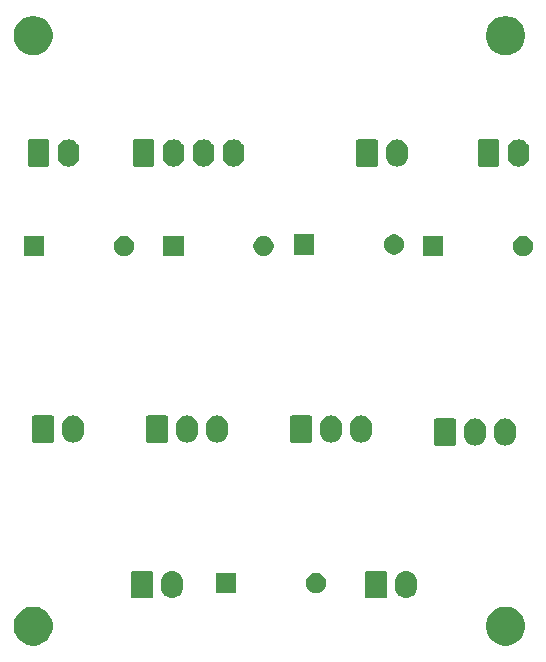
<source format=gbr>
G04 #@! TF.GenerationSoftware,KiCad,Pcbnew,(5.1.5-0-10_14)*
G04 #@! TF.CreationDate,2021-02-06T12:47:56+10:00*
G04 #@! TF.ProjectId,OH - Left Console 5 - Fuel Panel,4f48202d-204c-4656-9674-20436f6e736f,rev?*
G04 #@! TF.SameCoordinates,Original*
G04 #@! TF.FileFunction,Soldermask,Bot*
G04 #@! TF.FilePolarity,Negative*
%FSLAX46Y46*%
G04 Gerber Fmt 4.6, Leading zero omitted, Abs format (unit mm)*
G04 Created by KiCad (PCBNEW (5.1.5-0-10_14)) date 2021-02-06 12:47:56*
%MOMM*%
%LPD*%
G04 APERTURE LIST*
%ADD10C,0.100000*%
G04 APERTURE END LIST*
D10*
G36*
X140375256Y-98391298D02*
G01*
X140481579Y-98412447D01*
X140782042Y-98536903D01*
X141052451Y-98717585D01*
X141282415Y-98947549D01*
X141463097Y-99217958D01*
X141587553Y-99518421D01*
X141651000Y-99837391D01*
X141651000Y-100162609D01*
X141587553Y-100481579D01*
X141463097Y-100782042D01*
X141282415Y-101052451D01*
X141052451Y-101282415D01*
X140782042Y-101463097D01*
X140481579Y-101587553D01*
X140375256Y-101608702D01*
X140162611Y-101651000D01*
X139837389Y-101651000D01*
X139624744Y-101608702D01*
X139518421Y-101587553D01*
X139217958Y-101463097D01*
X138947549Y-101282415D01*
X138717585Y-101052451D01*
X138536903Y-100782042D01*
X138412447Y-100481579D01*
X138349000Y-100162609D01*
X138349000Y-99837391D01*
X138412447Y-99518421D01*
X138536903Y-99217958D01*
X138717585Y-98947549D01*
X138947549Y-98717585D01*
X139217958Y-98536903D01*
X139518421Y-98412447D01*
X139624744Y-98391298D01*
X139837389Y-98349000D01*
X140162611Y-98349000D01*
X140375256Y-98391298D01*
G37*
G36*
X100375256Y-98391298D02*
G01*
X100481579Y-98412447D01*
X100782042Y-98536903D01*
X101052451Y-98717585D01*
X101282415Y-98947549D01*
X101463097Y-99217958D01*
X101587553Y-99518421D01*
X101651000Y-99837391D01*
X101651000Y-100162609D01*
X101587553Y-100481579D01*
X101463097Y-100782042D01*
X101282415Y-101052451D01*
X101052451Y-101282415D01*
X100782042Y-101463097D01*
X100481579Y-101587553D01*
X100375256Y-101608702D01*
X100162611Y-101651000D01*
X99837389Y-101651000D01*
X99624744Y-101608702D01*
X99518421Y-101587553D01*
X99217958Y-101463097D01*
X98947549Y-101282415D01*
X98717585Y-101052451D01*
X98536903Y-100782042D01*
X98412447Y-100481579D01*
X98349000Y-100162609D01*
X98349000Y-99837391D01*
X98412447Y-99518421D01*
X98536903Y-99217958D01*
X98717585Y-98947549D01*
X98947549Y-98717585D01*
X99217958Y-98536903D01*
X99518421Y-98412447D01*
X99624744Y-98391298D01*
X99837389Y-98349000D01*
X100162611Y-98349000D01*
X100375256Y-98391298D01*
G37*
G36*
X131752547Y-95349326D02*
G01*
X131926156Y-95401990D01*
X131926158Y-95401991D01*
X132086155Y-95487511D01*
X132226397Y-95602603D01*
X132305495Y-95698985D01*
X132341489Y-95742844D01*
X132427010Y-95902843D01*
X132479674Y-96076452D01*
X132493000Y-96211756D01*
X132493000Y-96762243D01*
X132479674Y-96897548D01*
X132427010Y-97071157D01*
X132341489Y-97231156D01*
X132305729Y-97274729D01*
X132226397Y-97371397D01*
X132129729Y-97450729D01*
X132086156Y-97486489D01*
X131926157Y-97572010D01*
X131752548Y-97624674D01*
X131572000Y-97642456D01*
X131391453Y-97624674D01*
X131217844Y-97572010D01*
X131057845Y-97486489D01*
X131014272Y-97450729D01*
X130917604Y-97371397D01*
X130802513Y-97231157D01*
X130802512Y-97231155D01*
X130716990Y-97071157D01*
X130664326Y-96897548D01*
X130651000Y-96762244D01*
X130651000Y-96211757D01*
X130664326Y-96076453D01*
X130716990Y-95902844D01*
X130802511Y-95742845D01*
X130802512Y-95742844D01*
X130917603Y-95602603D01*
X131043388Y-95499375D01*
X131057844Y-95487511D01*
X131217843Y-95401990D01*
X131391452Y-95349326D01*
X131572000Y-95331544D01*
X131752547Y-95349326D01*
G37*
G36*
X111940547Y-95349326D02*
G01*
X112114156Y-95401990D01*
X112114158Y-95401991D01*
X112274155Y-95487511D01*
X112414397Y-95602603D01*
X112493495Y-95698985D01*
X112529489Y-95742844D01*
X112615010Y-95902843D01*
X112667674Y-96076452D01*
X112681000Y-96211756D01*
X112681000Y-96762243D01*
X112667674Y-96897548D01*
X112615010Y-97071157D01*
X112529489Y-97231156D01*
X112493729Y-97274729D01*
X112414397Y-97371397D01*
X112317729Y-97450729D01*
X112274156Y-97486489D01*
X112114157Y-97572010D01*
X111940548Y-97624674D01*
X111760000Y-97642456D01*
X111579453Y-97624674D01*
X111405844Y-97572010D01*
X111245845Y-97486489D01*
X111202272Y-97450729D01*
X111105604Y-97371397D01*
X110990513Y-97231157D01*
X110990512Y-97231155D01*
X110904990Y-97071157D01*
X110852326Y-96897548D01*
X110839000Y-96762244D01*
X110839000Y-96211757D01*
X110852326Y-96076453D01*
X110904990Y-95902844D01*
X110990511Y-95742845D01*
X110990512Y-95742844D01*
X111105603Y-95602603D01*
X111231388Y-95499375D01*
X111245844Y-95487511D01*
X111405843Y-95401990D01*
X111579452Y-95349326D01*
X111760000Y-95331544D01*
X111940547Y-95349326D01*
G37*
G36*
X109999561Y-95339966D02*
G01*
X110032383Y-95349923D01*
X110062632Y-95366092D01*
X110089148Y-95387852D01*
X110110908Y-95414368D01*
X110127077Y-95444617D01*
X110137034Y-95477439D01*
X110141000Y-95517713D01*
X110141000Y-97456287D01*
X110137034Y-97496561D01*
X110127077Y-97529383D01*
X110110908Y-97559632D01*
X110089148Y-97586148D01*
X110062632Y-97607908D01*
X110032383Y-97624077D01*
X109999561Y-97634034D01*
X109959287Y-97638000D01*
X108480713Y-97638000D01*
X108440439Y-97634034D01*
X108407617Y-97624077D01*
X108377368Y-97607908D01*
X108350852Y-97586148D01*
X108329092Y-97559632D01*
X108312923Y-97529383D01*
X108302966Y-97496561D01*
X108299000Y-97456287D01*
X108299000Y-95517713D01*
X108302966Y-95477439D01*
X108312923Y-95444617D01*
X108329092Y-95414368D01*
X108350852Y-95387852D01*
X108377368Y-95366092D01*
X108407617Y-95349923D01*
X108440439Y-95339966D01*
X108480713Y-95336000D01*
X109959287Y-95336000D01*
X109999561Y-95339966D01*
G37*
G36*
X129811561Y-95339966D02*
G01*
X129844383Y-95349923D01*
X129874632Y-95366092D01*
X129901148Y-95387852D01*
X129922908Y-95414368D01*
X129939077Y-95444617D01*
X129949034Y-95477439D01*
X129953000Y-95517713D01*
X129953000Y-97456287D01*
X129949034Y-97496561D01*
X129939077Y-97529383D01*
X129922908Y-97559632D01*
X129901148Y-97586148D01*
X129874632Y-97607908D01*
X129844383Y-97624077D01*
X129811561Y-97634034D01*
X129771287Y-97638000D01*
X128292713Y-97638000D01*
X128252439Y-97634034D01*
X128219617Y-97624077D01*
X128189368Y-97607908D01*
X128162852Y-97586148D01*
X128141092Y-97559632D01*
X128124923Y-97529383D01*
X128114966Y-97496561D01*
X128111000Y-97456287D01*
X128111000Y-95517713D01*
X128114966Y-95477439D01*
X128124923Y-95444617D01*
X128141092Y-95414368D01*
X128162852Y-95387852D01*
X128189368Y-95366092D01*
X128219617Y-95349923D01*
X128252439Y-95339966D01*
X128292713Y-95336000D01*
X129771287Y-95336000D01*
X129811561Y-95339966D01*
G37*
G36*
X124200228Y-95541703D02*
G01*
X124355100Y-95605853D01*
X124494481Y-95698985D01*
X124613015Y-95817519D01*
X124706147Y-95956900D01*
X124770297Y-96111772D01*
X124803000Y-96276184D01*
X124803000Y-96443816D01*
X124770297Y-96608228D01*
X124706147Y-96763100D01*
X124613015Y-96902481D01*
X124494481Y-97021015D01*
X124355100Y-97114147D01*
X124200228Y-97178297D01*
X124035816Y-97211000D01*
X123868184Y-97211000D01*
X123703772Y-97178297D01*
X123548900Y-97114147D01*
X123409519Y-97021015D01*
X123290985Y-96902481D01*
X123197853Y-96763100D01*
X123133703Y-96608228D01*
X123101000Y-96443816D01*
X123101000Y-96276184D01*
X123133703Y-96111772D01*
X123197853Y-95956900D01*
X123290985Y-95817519D01*
X123409519Y-95698985D01*
X123548900Y-95605853D01*
X123703772Y-95541703D01*
X123868184Y-95509000D01*
X124035816Y-95509000D01*
X124200228Y-95541703D01*
G37*
G36*
X117183000Y-97211000D02*
G01*
X115481000Y-97211000D01*
X115481000Y-95509000D01*
X117183000Y-95509000D01*
X117183000Y-97211000D01*
G37*
G36*
X140134547Y-82427326D02*
G01*
X140308156Y-82479990D01*
X140308158Y-82479991D01*
X140468155Y-82565511D01*
X140608397Y-82680603D01*
X140646345Y-82726844D01*
X140723489Y-82820844D01*
X140809010Y-82980843D01*
X140861674Y-83154452D01*
X140875000Y-83289756D01*
X140875000Y-83840243D01*
X140861674Y-83975548D01*
X140809010Y-84149157D01*
X140723489Y-84309156D01*
X140694581Y-84344380D01*
X140608397Y-84449397D01*
X140511729Y-84528729D01*
X140468156Y-84564489D01*
X140308157Y-84650010D01*
X140134548Y-84702674D01*
X139954000Y-84720456D01*
X139773453Y-84702674D01*
X139599844Y-84650010D01*
X139439845Y-84564489D01*
X139396272Y-84528729D01*
X139299604Y-84449397D01*
X139184513Y-84309157D01*
X139184512Y-84309155D01*
X139098990Y-84149157D01*
X139046326Y-83975548D01*
X139033000Y-83840244D01*
X139033000Y-83289757D01*
X139046326Y-83154453D01*
X139098990Y-82980844D01*
X139184511Y-82820845D01*
X139184512Y-82820844D01*
X139299603Y-82680603D01*
X139438219Y-82566845D01*
X139439844Y-82565511D01*
X139599843Y-82479990D01*
X139773452Y-82427326D01*
X139954000Y-82409544D01*
X140134547Y-82427326D01*
G37*
G36*
X137594547Y-82427326D02*
G01*
X137768156Y-82479990D01*
X137768158Y-82479991D01*
X137928155Y-82565511D01*
X138068397Y-82680603D01*
X138106345Y-82726844D01*
X138183489Y-82820844D01*
X138269010Y-82980843D01*
X138321674Y-83154452D01*
X138335000Y-83289756D01*
X138335000Y-83840243D01*
X138321674Y-83975548D01*
X138269010Y-84149157D01*
X138183489Y-84309156D01*
X138154581Y-84344380D01*
X138068397Y-84449397D01*
X137971729Y-84528729D01*
X137928156Y-84564489D01*
X137768157Y-84650010D01*
X137594548Y-84702674D01*
X137414000Y-84720456D01*
X137233453Y-84702674D01*
X137059844Y-84650010D01*
X136899845Y-84564489D01*
X136856272Y-84528729D01*
X136759604Y-84449397D01*
X136644513Y-84309157D01*
X136644512Y-84309155D01*
X136558990Y-84149157D01*
X136506326Y-83975548D01*
X136493000Y-83840244D01*
X136493000Y-83289757D01*
X136506326Y-83154453D01*
X136558990Y-82980844D01*
X136644511Y-82820845D01*
X136644512Y-82820844D01*
X136759603Y-82680603D01*
X136898219Y-82566845D01*
X136899844Y-82565511D01*
X137059843Y-82479990D01*
X137233452Y-82427326D01*
X137414000Y-82409544D01*
X137594547Y-82427326D01*
G37*
G36*
X135653561Y-82417966D02*
G01*
X135686383Y-82427923D01*
X135716632Y-82444092D01*
X135743148Y-82465852D01*
X135764908Y-82492368D01*
X135781077Y-82522617D01*
X135791034Y-82555439D01*
X135795000Y-82595713D01*
X135795000Y-84534287D01*
X135791034Y-84574561D01*
X135781077Y-84607383D01*
X135764908Y-84637632D01*
X135743148Y-84664148D01*
X135716632Y-84685908D01*
X135686383Y-84702077D01*
X135653561Y-84712034D01*
X135613287Y-84716000D01*
X134134713Y-84716000D01*
X134094439Y-84712034D01*
X134061617Y-84702077D01*
X134031368Y-84685908D01*
X134004852Y-84664148D01*
X133983092Y-84637632D01*
X133966923Y-84607383D01*
X133956966Y-84574561D01*
X133953000Y-84534287D01*
X133953000Y-82595713D01*
X133956966Y-82555439D01*
X133966923Y-82522617D01*
X133983092Y-82492368D01*
X134004852Y-82465852D01*
X134031368Y-82444092D01*
X134061617Y-82427923D01*
X134094439Y-82417966D01*
X134134713Y-82414000D01*
X135613287Y-82414000D01*
X135653561Y-82417966D01*
G37*
G36*
X125402547Y-82173326D02*
G01*
X125576156Y-82225990D01*
X125576158Y-82225991D01*
X125736155Y-82311511D01*
X125876397Y-82426603D01*
X125929668Y-82491515D01*
X125991489Y-82566844D01*
X126077010Y-82726843D01*
X126129674Y-82900452D01*
X126143000Y-83035756D01*
X126143000Y-83586243D01*
X126129674Y-83721548D01*
X126077010Y-83895157D01*
X125991489Y-84055156D01*
X125955729Y-84098729D01*
X125876397Y-84195397D01*
X125779729Y-84274729D01*
X125736156Y-84310489D01*
X125576157Y-84396010D01*
X125402548Y-84448674D01*
X125222000Y-84466456D01*
X125041453Y-84448674D01*
X124867844Y-84396010D01*
X124707845Y-84310489D01*
X124664272Y-84274729D01*
X124567604Y-84195397D01*
X124452513Y-84055157D01*
X124452512Y-84055155D01*
X124366990Y-83895157D01*
X124314326Y-83721548D01*
X124301000Y-83586244D01*
X124301000Y-83035757D01*
X124314326Y-82900453D01*
X124366990Y-82726844D01*
X124452511Y-82566845D01*
X124481419Y-82531620D01*
X124567603Y-82426603D01*
X124693388Y-82323375D01*
X124707844Y-82311511D01*
X124867843Y-82225990D01*
X125041452Y-82173326D01*
X125222000Y-82155544D01*
X125402547Y-82173326D01*
G37*
G36*
X127942547Y-82173326D02*
G01*
X128116156Y-82225990D01*
X128116158Y-82225991D01*
X128276155Y-82311511D01*
X128416397Y-82426603D01*
X128469668Y-82491515D01*
X128531489Y-82566844D01*
X128617010Y-82726843D01*
X128669674Y-82900452D01*
X128683000Y-83035756D01*
X128683000Y-83586243D01*
X128669674Y-83721548D01*
X128617010Y-83895157D01*
X128531489Y-84055156D01*
X128495729Y-84098729D01*
X128416397Y-84195397D01*
X128319729Y-84274729D01*
X128276156Y-84310489D01*
X128116157Y-84396010D01*
X127942548Y-84448674D01*
X127762000Y-84466456D01*
X127581453Y-84448674D01*
X127407844Y-84396010D01*
X127247845Y-84310489D01*
X127204272Y-84274729D01*
X127107604Y-84195397D01*
X126992513Y-84055157D01*
X126992512Y-84055155D01*
X126906990Y-83895157D01*
X126854326Y-83721548D01*
X126841000Y-83586244D01*
X126841000Y-83035757D01*
X126854326Y-82900453D01*
X126906990Y-82726844D01*
X126992511Y-82566845D01*
X127021419Y-82531620D01*
X127107603Y-82426603D01*
X127233388Y-82323375D01*
X127247844Y-82311511D01*
X127407843Y-82225990D01*
X127581452Y-82173326D01*
X127762000Y-82155544D01*
X127942547Y-82173326D01*
G37*
G36*
X103558547Y-82173326D02*
G01*
X103732156Y-82225990D01*
X103732158Y-82225991D01*
X103892155Y-82311511D01*
X104032397Y-82426603D01*
X104085668Y-82491515D01*
X104147489Y-82566844D01*
X104233010Y-82726843D01*
X104285674Y-82900452D01*
X104299000Y-83035756D01*
X104299000Y-83586243D01*
X104285674Y-83721548D01*
X104233010Y-83895157D01*
X104147489Y-84055156D01*
X104111729Y-84098729D01*
X104032397Y-84195397D01*
X103935729Y-84274729D01*
X103892156Y-84310489D01*
X103732157Y-84396010D01*
X103558548Y-84448674D01*
X103378000Y-84466456D01*
X103197453Y-84448674D01*
X103023844Y-84396010D01*
X102863845Y-84310489D01*
X102820272Y-84274729D01*
X102723604Y-84195397D01*
X102608513Y-84055157D01*
X102608512Y-84055155D01*
X102522990Y-83895157D01*
X102470326Y-83721548D01*
X102457000Y-83586244D01*
X102457000Y-83035757D01*
X102470326Y-82900453D01*
X102522990Y-82726844D01*
X102608511Y-82566845D01*
X102637419Y-82531620D01*
X102723603Y-82426603D01*
X102849388Y-82323375D01*
X102863844Y-82311511D01*
X103023843Y-82225990D01*
X103197452Y-82173326D01*
X103378000Y-82155544D01*
X103558547Y-82173326D01*
G37*
G36*
X113210547Y-82173326D02*
G01*
X113384156Y-82225990D01*
X113384158Y-82225991D01*
X113544155Y-82311511D01*
X113684397Y-82426603D01*
X113737668Y-82491515D01*
X113799489Y-82566844D01*
X113885010Y-82726843D01*
X113937674Y-82900452D01*
X113951000Y-83035756D01*
X113951000Y-83586243D01*
X113937674Y-83721548D01*
X113885010Y-83895157D01*
X113799489Y-84055156D01*
X113763729Y-84098729D01*
X113684397Y-84195397D01*
X113587729Y-84274729D01*
X113544156Y-84310489D01*
X113384157Y-84396010D01*
X113210548Y-84448674D01*
X113030000Y-84466456D01*
X112849453Y-84448674D01*
X112675844Y-84396010D01*
X112515845Y-84310489D01*
X112472272Y-84274729D01*
X112375604Y-84195397D01*
X112260513Y-84055157D01*
X112260512Y-84055155D01*
X112174990Y-83895157D01*
X112122326Y-83721548D01*
X112109000Y-83586244D01*
X112109000Y-83035757D01*
X112122326Y-82900453D01*
X112174990Y-82726844D01*
X112260511Y-82566845D01*
X112289419Y-82531620D01*
X112375603Y-82426603D01*
X112501388Y-82323375D01*
X112515844Y-82311511D01*
X112675843Y-82225990D01*
X112849452Y-82173326D01*
X113030000Y-82155544D01*
X113210547Y-82173326D01*
G37*
G36*
X115750547Y-82173326D02*
G01*
X115924156Y-82225990D01*
X115924158Y-82225991D01*
X116084155Y-82311511D01*
X116224397Y-82426603D01*
X116277668Y-82491515D01*
X116339489Y-82566844D01*
X116425010Y-82726843D01*
X116477674Y-82900452D01*
X116491000Y-83035756D01*
X116491000Y-83586243D01*
X116477674Y-83721548D01*
X116425010Y-83895157D01*
X116339489Y-84055156D01*
X116303729Y-84098729D01*
X116224397Y-84195397D01*
X116127729Y-84274729D01*
X116084156Y-84310489D01*
X115924157Y-84396010D01*
X115750548Y-84448674D01*
X115570000Y-84466456D01*
X115389453Y-84448674D01*
X115215844Y-84396010D01*
X115055845Y-84310489D01*
X115012272Y-84274729D01*
X114915604Y-84195397D01*
X114800513Y-84055157D01*
X114800512Y-84055155D01*
X114714990Y-83895157D01*
X114662326Y-83721548D01*
X114649000Y-83586244D01*
X114649000Y-83035757D01*
X114662326Y-82900453D01*
X114714990Y-82726844D01*
X114800511Y-82566845D01*
X114829419Y-82531620D01*
X114915603Y-82426603D01*
X115041388Y-82323375D01*
X115055844Y-82311511D01*
X115215843Y-82225990D01*
X115389452Y-82173326D01*
X115570000Y-82155544D01*
X115750547Y-82173326D01*
G37*
G36*
X111269561Y-82163966D02*
G01*
X111302383Y-82173923D01*
X111332632Y-82190092D01*
X111359148Y-82211852D01*
X111380908Y-82238368D01*
X111397077Y-82268617D01*
X111407034Y-82301439D01*
X111411000Y-82341713D01*
X111411000Y-84280287D01*
X111407034Y-84320561D01*
X111397077Y-84353383D01*
X111380908Y-84383632D01*
X111359148Y-84410148D01*
X111332632Y-84431908D01*
X111302383Y-84448077D01*
X111269561Y-84458034D01*
X111229287Y-84462000D01*
X109750713Y-84462000D01*
X109710439Y-84458034D01*
X109677617Y-84448077D01*
X109647368Y-84431908D01*
X109620852Y-84410148D01*
X109599092Y-84383632D01*
X109582923Y-84353383D01*
X109572966Y-84320561D01*
X109569000Y-84280287D01*
X109569000Y-82341713D01*
X109572966Y-82301439D01*
X109582923Y-82268617D01*
X109599092Y-82238368D01*
X109620852Y-82211852D01*
X109647368Y-82190092D01*
X109677617Y-82173923D01*
X109710439Y-82163966D01*
X109750713Y-82160000D01*
X111229287Y-82160000D01*
X111269561Y-82163966D01*
G37*
G36*
X101617561Y-82163966D02*
G01*
X101650383Y-82173923D01*
X101680632Y-82190092D01*
X101707148Y-82211852D01*
X101728908Y-82238368D01*
X101745077Y-82268617D01*
X101755034Y-82301439D01*
X101759000Y-82341713D01*
X101759000Y-84280287D01*
X101755034Y-84320561D01*
X101745077Y-84353383D01*
X101728908Y-84383632D01*
X101707148Y-84410148D01*
X101680632Y-84431908D01*
X101650383Y-84448077D01*
X101617561Y-84458034D01*
X101577287Y-84462000D01*
X100098713Y-84462000D01*
X100058439Y-84458034D01*
X100025617Y-84448077D01*
X99995368Y-84431908D01*
X99968852Y-84410148D01*
X99947092Y-84383632D01*
X99930923Y-84353383D01*
X99920966Y-84320561D01*
X99917000Y-84280287D01*
X99917000Y-82341713D01*
X99920966Y-82301439D01*
X99930923Y-82268617D01*
X99947092Y-82238368D01*
X99968852Y-82211852D01*
X99995368Y-82190092D01*
X100025617Y-82173923D01*
X100058439Y-82163966D01*
X100098713Y-82160000D01*
X101577287Y-82160000D01*
X101617561Y-82163966D01*
G37*
G36*
X123461561Y-82163966D02*
G01*
X123494383Y-82173923D01*
X123524632Y-82190092D01*
X123551148Y-82211852D01*
X123572908Y-82238368D01*
X123589077Y-82268617D01*
X123599034Y-82301439D01*
X123603000Y-82341713D01*
X123603000Y-84280287D01*
X123599034Y-84320561D01*
X123589077Y-84353383D01*
X123572908Y-84383632D01*
X123551148Y-84410148D01*
X123524632Y-84431908D01*
X123494383Y-84448077D01*
X123461561Y-84458034D01*
X123421287Y-84462000D01*
X121942713Y-84462000D01*
X121902439Y-84458034D01*
X121869617Y-84448077D01*
X121839368Y-84431908D01*
X121812852Y-84410148D01*
X121791092Y-84383632D01*
X121774923Y-84353383D01*
X121764966Y-84320561D01*
X121761000Y-84280287D01*
X121761000Y-82341713D01*
X121764966Y-82301439D01*
X121774923Y-82268617D01*
X121791092Y-82238368D01*
X121812852Y-82211852D01*
X121839368Y-82190092D01*
X121869617Y-82173923D01*
X121902439Y-82163966D01*
X121942713Y-82160000D01*
X123421287Y-82160000D01*
X123461561Y-82163966D01*
G37*
G36*
X134709000Y-68669000D02*
G01*
X133007000Y-68669000D01*
X133007000Y-66967000D01*
X134709000Y-66967000D01*
X134709000Y-68669000D01*
G37*
G36*
X112738000Y-68669000D02*
G01*
X111036000Y-68669000D01*
X111036000Y-66967000D01*
X112738000Y-66967000D01*
X112738000Y-68669000D01*
G37*
G36*
X119755228Y-66999703D02*
G01*
X119910100Y-67063853D01*
X120049481Y-67156985D01*
X120168015Y-67275519D01*
X120261147Y-67414900D01*
X120325297Y-67569772D01*
X120358000Y-67734184D01*
X120358000Y-67901816D01*
X120325297Y-68066228D01*
X120261147Y-68221100D01*
X120168015Y-68360481D01*
X120049481Y-68479015D01*
X119910100Y-68572147D01*
X119755228Y-68636297D01*
X119590816Y-68669000D01*
X119423184Y-68669000D01*
X119258772Y-68636297D01*
X119103900Y-68572147D01*
X118964519Y-68479015D01*
X118845985Y-68360481D01*
X118752853Y-68221100D01*
X118688703Y-68066228D01*
X118656000Y-67901816D01*
X118656000Y-67734184D01*
X118688703Y-67569772D01*
X118752853Y-67414900D01*
X118845985Y-67275519D01*
X118964519Y-67156985D01*
X119103900Y-67063853D01*
X119258772Y-66999703D01*
X119423184Y-66967000D01*
X119590816Y-66967000D01*
X119755228Y-66999703D01*
G37*
G36*
X100927000Y-68669000D02*
G01*
X99225000Y-68669000D01*
X99225000Y-66967000D01*
X100927000Y-66967000D01*
X100927000Y-68669000D01*
G37*
G36*
X107944228Y-66999703D02*
G01*
X108099100Y-67063853D01*
X108238481Y-67156985D01*
X108357015Y-67275519D01*
X108450147Y-67414900D01*
X108514297Y-67569772D01*
X108547000Y-67734184D01*
X108547000Y-67901816D01*
X108514297Y-68066228D01*
X108450147Y-68221100D01*
X108357015Y-68360481D01*
X108238481Y-68479015D01*
X108099100Y-68572147D01*
X107944228Y-68636297D01*
X107779816Y-68669000D01*
X107612184Y-68669000D01*
X107447772Y-68636297D01*
X107292900Y-68572147D01*
X107153519Y-68479015D01*
X107034985Y-68360481D01*
X106941853Y-68221100D01*
X106877703Y-68066228D01*
X106845000Y-67901816D01*
X106845000Y-67734184D01*
X106877703Y-67569772D01*
X106941853Y-67414900D01*
X107034985Y-67275519D01*
X107153519Y-67156985D01*
X107292900Y-67063853D01*
X107447772Y-66999703D01*
X107612184Y-66967000D01*
X107779816Y-66967000D01*
X107944228Y-66999703D01*
G37*
G36*
X141726228Y-66999703D02*
G01*
X141881100Y-67063853D01*
X142020481Y-67156985D01*
X142139015Y-67275519D01*
X142232147Y-67414900D01*
X142296297Y-67569772D01*
X142329000Y-67734184D01*
X142329000Y-67901816D01*
X142296297Y-68066228D01*
X142232147Y-68221100D01*
X142139015Y-68360481D01*
X142020481Y-68479015D01*
X141881100Y-68572147D01*
X141726228Y-68636297D01*
X141561816Y-68669000D01*
X141394184Y-68669000D01*
X141229772Y-68636297D01*
X141074900Y-68572147D01*
X140935519Y-68479015D01*
X140816985Y-68360481D01*
X140723853Y-68221100D01*
X140659703Y-68066228D01*
X140627000Y-67901816D01*
X140627000Y-67734184D01*
X140659703Y-67569772D01*
X140723853Y-67414900D01*
X140816985Y-67275519D01*
X140935519Y-67156985D01*
X141074900Y-67063853D01*
X141229772Y-66999703D01*
X141394184Y-66967000D01*
X141561816Y-66967000D01*
X141726228Y-66999703D01*
G37*
G36*
X123787000Y-68542000D02*
G01*
X122085000Y-68542000D01*
X122085000Y-66840000D01*
X123787000Y-66840000D01*
X123787000Y-68542000D01*
G37*
G36*
X130804228Y-66872703D02*
G01*
X130959100Y-66936853D01*
X131098481Y-67029985D01*
X131217015Y-67148519D01*
X131310147Y-67287900D01*
X131374297Y-67442772D01*
X131407000Y-67607184D01*
X131407000Y-67774816D01*
X131374297Y-67939228D01*
X131310147Y-68094100D01*
X131217015Y-68233481D01*
X131098481Y-68352015D01*
X130959100Y-68445147D01*
X130804228Y-68509297D01*
X130639816Y-68542000D01*
X130472184Y-68542000D01*
X130307772Y-68509297D01*
X130152900Y-68445147D01*
X130013519Y-68352015D01*
X129894985Y-68233481D01*
X129801853Y-68094100D01*
X129737703Y-67939228D01*
X129705000Y-67774816D01*
X129705000Y-67607184D01*
X129737703Y-67442772D01*
X129801853Y-67287900D01*
X129894985Y-67148519D01*
X130013519Y-67029985D01*
X130152900Y-66936853D01*
X130307772Y-66872703D01*
X130472184Y-66840000D01*
X130639816Y-66840000D01*
X130804228Y-66872703D01*
G37*
G36*
X112067547Y-58806326D02*
G01*
X112241156Y-58858990D01*
X112241158Y-58858991D01*
X112401155Y-58944511D01*
X112541397Y-59059603D01*
X112620729Y-59156271D01*
X112656489Y-59199844D01*
X112742010Y-59359843D01*
X112794674Y-59533452D01*
X112808000Y-59668756D01*
X112808000Y-60219243D01*
X112794674Y-60354548D01*
X112742010Y-60528157D01*
X112656489Y-60688156D01*
X112620729Y-60731729D01*
X112541397Y-60828397D01*
X112444729Y-60907729D01*
X112401156Y-60943489D01*
X112241157Y-61029010D01*
X112067548Y-61081674D01*
X111887000Y-61099456D01*
X111706453Y-61081674D01*
X111532844Y-61029010D01*
X111372845Y-60943489D01*
X111329272Y-60907729D01*
X111232604Y-60828397D01*
X111117513Y-60688157D01*
X111117512Y-60688155D01*
X111031990Y-60528157D01*
X110979326Y-60354548D01*
X110966000Y-60219244D01*
X110966000Y-59668757D01*
X110979326Y-59533453D01*
X111031990Y-59359844D01*
X111117511Y-59199845D01*
X111117512Y-59199844D01*
X111232603Y-59059603D01*
X111358388Y-58956375D01*
X111372844Y-58944511D01*
X111532843Y-58858990D01*
X111706452Y-58806326D01*
X111887000Y-58788544D01*
X112067547Y-58806326D01*
G37*
G36*
X103177547Y-58806326D02*
G01*
X103351156Y-58858990D01*
X103351158Y-58858991D01*
X103511155Y-58944511D01*
X103651397Y-59059603D01*
X103730729Y-59156271D01*
X103766489Y-59199844D01*
X103852010Y-59359843D01*
X103904674Y-59533452D01*
X103918000Y-59668756D01*
X103918000Y-60219243D01*
X103904674Y-60354548D01*
X103852010Y-60528157D01*
X103766489Y-60688156D01*
X103730729Y-60731729D01*
X103651397Y-60828397D01*
X103554729Y-60907729D01*
X103511156Y-60943489D01*
X103351157Y-61029010D01*
X103177548Y-61081674D01*
X102997000Y-61099456D01*
X102816453Y-61081674D01*
X102642844Y-61029010D01*
X102482845Y-60943489D01*
X102439272Y-60907729D01*
X102342604Y-60828397D01*
X102227513Y-60688157D01*
X102227512Y-60688155D01*
X102141990Y-60528157D01*
X102089326Y-60354548D01*
X102076000Y-60219244D01*
X102076000Y-59668757D01*
X102089326Y-59533453D01*
X102141990Y-59359844D01*
X102227511Y-59199845D01*
X102227512Y-59199844D01*
X102342603Y-59059603D01*
X102468388Y-58956375D01*
X102482844Y-58944511D01*
X102642843Y-58858990D01*
X102816452Y-58806326D01*
X102997000Y-58788544D01*
X103177547Y-58806326D01*
G37*
G36*
X114607547Y-58806326D02*
G01*
X114781156Y-58858990D01*
X114781158Y-58858991D01*
X114941155Y-58944511D01*
X115081397Y-59059603D01*
X115160729Y-59156271D01*
X115196489Y-59199844D01*
X115282010Y-59359843D01*
X115334674Y-59533452D01*
X115348000Y-59668756D01*
X115348000Y-60219243D01*
X115334674Y-60354548D01*
X115282010Y-60528157D01*
X115196489Y-60688156D01*
X115160729Y-60731729D01*
X115081397Y-60828397D01*
X114984729Y-60907729D01*
X114941156Y-60943489D01*
X114781157Y-61029010D01*
X114607548Y-61081674D01*
X114427000Y-61099456D01*
X114246453Y-61081674D01*
X114072844Y-61029010D01*
X113912845Y-60943489D01*
X113869272Y-60907729D01*
X113772604Y-60828397D01*
X113657513Y-60688157D01*
X113657512Y-60688155D01*
X113571990Y-60528157D01*
X113519326Y-60354548D01*
X113506000Y-60219244D01*
X113506000Y-59668757D01*
X113519326Y-59533453D01*
X113571990Y-59359844D01*
X113657511Y-59199845D01*
X113657512Y-59199844D01*
X113772603Y-59059603D01*
X113898388Y-58956375D01*
X113912844Y-58944511D01*
X114072843Y-58858990D01*
X114246452Y-58806326D01*
X114427000Y-58788544D01*
X114607547Y-58806326D01*
G37*
G36*
X117147547Y-58806326D02*
G01*
X117321156Y-58858990D01*
X117321158Y-58858991D01*
X117481155Y-58944511D01*
X117621397Y-59059603D01*
X117700729Y-59156271D01*
X117736489Y-59199844D01*
X117822010Y-59359843D01*
X117874674Y-59533452D01*
X117888000Y-59668756D01*
X117888000Y-60219243D01*
X117874674Y-60354548D01*
X117822010Y-60528157D01*
X117736489Y-60688156D01*
X117700729Y-60731729D01*
X117621397Y-60828397D01*
X117524729Y-60907729D01*
X117481156Y-60943489D01*
X117321157Y-61029010D01*
X117147548Y-61081674D01*
X116967000Y-61099456D01*
X116786453Y-61081674D01*
X116612844Y-61029010D01*
X116452845Y-60943489D01*
X116409272Y-60907729D01*
X116312604Y-60828397D01*
X116197513Y-60688157D01*
X116197512Y-60688155D01*
X116111990Y-60528157D01*
X116059326Y-60354548D01*
X116046000Y-60219244D01*
X116046000Y-59668757D01*
X116059326Y-59533453D01*
X116111990Y-59359844D01*
X116197511Y-59199845D01*
X116197512Y-59199844D01*
X116312603Y-59059603D01*
X116438388Y-58956375D01*
X116452844Y-58944511D01*
X116612843Y-58858990D01*
X116786452Y-58806326D01*
X116967000Y-58788544D01*
X117147547Y-58806326D01*
G37*
G36*
X130990547Y-58806326D02*
G01*
X131164156Y-58858990D01*
X131164158Y-58858991D01*
X131324155Y-58944511D01*
X131464397Y-59059603D01*
X131543729Y-59156271D01*
X131579489Y-59199844D01*
X131665010Y-59359843D01*
X131717674Y-59533452D01*
X131731000Y-59668756D01*
X131731000Y-60219243D01*
X131717674Y-60354548D01*
X131665010Y-60528157D01*
X131579489Y-60688156D01*
X131543729Y-60731729D01*
X131464397Y-60828397D01*
X131367729Y-60907729D01*
X131324156Y-60943489D01*
X131164157Y-61029010D01*
X130990548Y-61081674D01*
X130810000Y-61099456D01*
X130629453Y-61081674D01*
X130455844Y-61029010D01*
X130295845Y-60943489D01*
X130252272Y-60907729D01*
X130155604Y-60828397D01*
X130040513Y-60688157D01*
X130040512Y-60688155D01*
X129954990Y-60528157D01*
X129902326Y-60354548D01*
X129889000Y-60219244D01*
X129889000Y-59668757D01*
X129902326Y-59533453D01*
X129954990Y-59359844D01*
X130040511Y-59199845D01*
X130040512Y-59199844D01*
X130155603Y-59059603D01*
X130281388Y-58956375D01*
X130295844Y-58944511D01*
X130455843Y-58858990D01*
X130629452Y-58806326D01*
X130810000Y-58788544D01*
X130990547Y-58806326D01*
G37*
G36*
X141277547Y-58806326D02*
G01*
X141451156Y-58858990D01*
X141451158Y-58858991D01*
X141611155Y-58944511D01*
X141751397Y-59059603D01*
X141830729Y-59156271D01*
X141866489Y-59199844D01*
X141952010Y-59359843D01*
X142004674Y-59533452D01*
X142018000Y-59668756D01*
X142018000Y-60219243D01*
X142004674Y-60354548D01*
X141952010Y-60528157D01*
X141866489Y-60688156D01*
X141830729Y-60731729D01*
X141751397Y-60828397D01*
X141654729Y-60907729D01*
X141611156Y-60943489D01*
X141451157Y-61029010D01*
X141277548Y-61081674D01*
X141097000Y-61099456D01*
X140916453Y-61081674D01*
X140742844Y-61029010D01*
X140582845Y-60943489D01*
X140539272Y-60907729D01*
X140442604Y-60828397D01*
X140327513Y-60688157D01*
X140327512Y-60688155D01*
X140241990Y-60528157D01*
X140189326Y-60354548D01*
X140176000Y-60219244D01*
X140176000Y-59668757D01*
X140189326Y-59533453D01*
X140241990Y-59359844D01*
X140327511Y-59199845D01*
X140327512Y-59199844D01*
X140442603Y-59059603D01*
X140568388Y-58956375D01*
X140582844Y-58944511D01*
X140742843Y-58858990D01*
X140916452Y-58806326D01*
X141097000Y-58788544D01*
X141277547Y-58806326D01*
G37*
G36*
X139336561Y-58796966D02*
G01*
X139369383Y-58806923D01*
X139399632Y-58823092D01*
X139426148Y-58844852D01*
X139447908Y-58871368D01*
X139464077Y-58901617D01*
X139474034Y-58934439D01*
X139478000Y-58974713D01*
X139478000Y-60913287D01*
X139474034Y-60953561D01*
X139464077Y-60986383D01*
X139447908Y-61016632D01*
X139426148Y-61043148D01*
X139399632Y-61064908D01*
X139369383Y-61081077D01*
X139336561Y-61091034D01*
X139296287Y-61095000D01*
X137817713Y-61095000D01*
X137777439Y-61091034D01*
X137744617Y-61081077D01*
X137714368Y-61064908D01*
X137687852Y-61043148D01*
X137666092Y-61016632D01*
X137649923Y-60986383D01*
X137639966Y-60953561D01*
X137636000Y-60913287D01*
X137636000Y-58974713D01*
X137639966Y-58934439D01*
X137649923Y-58901617D01*
X137666092Y-58871368D01*
X137687852Y-58844852D01*
X137714368Y-58823092D01*
X137744617Y-58806923D01*
X137777439Y-58796966D01*
X137817713Y-58793000D01*
X139296287Y-58793000D01*
X139336561Y-58796966D01*
G37*
G36*
X129049561Y-58796966D02*
G01*
X129082383Y-58806923D01*
X129112632Y-58823092D01*
X129139148Y-58844852D01*
X129160908Y-58871368D01*
X129177077Y-58901617D01*
X129187034Y-58934439D01*
X129191000Y-58974713D01*
X129191000Y-60913287D01*
X129187034Y-60953561D01*
X129177077Y-60986383D01*
X129160908Y-61016632D01*
X129139148Y-61043148D01*
X129112632Y-61064908D01*
X129082383Y-61081077D01*
X129049561Y-61091034D01*
X129009287Y-61095000D01*
X127530713Y-61095000D01*
X127490439Y-61091034D01*
X127457617Y-61081077D01*
X127427368Y-61064908D01*
X127400852Y-61043148D01*
X127379092Y-61016632D01*
X127362923Y-60986383D01*
X127352966Y-60953561D01*
X127349000Y-60913287D01*
X127349000Y-58974713D01*
X127352966Y-58934439D01*
X127362923Y-58901617D01*
X127379092Y-58871368D01*
X127400852Y-58844852D01*
X127427368Y-58823092D01*
X127457617Y-58806923D01*
X127490439Y-58796966D01*
X127530713Y-58793000D01*
X129009287Y-58793000D01*
X129049561Y-58796966D01*
G37*
G36*
X101236561Y-58796966D02*
G01*
X101269383Y-58806923D01*
X101299632Y-58823092D01*
X101326148Y-58844852D01*
X101347908Y-58871368D01*
X101364077Y-58901617D01*
X101374034Y-58934439D01*
X101378000Y-58974713D01*
X101378000Y-60913287D01*
X101374034Y-60953561D01*
X101364077Y-60986383D01*
X101347908Y-61016632D01*
X101326148Y-61043148D01*
X101299632Y-61064908D01*
X101269383Y-61081077D01*
X101236561Y-61091034D01*
X101196287Y-61095000D01*
X99717713Y-61095000D01*
X99677439Y-61091034D01*
X99644617Y-61081077D01*
X99614368Y-61064908D01*
X99587852Y-61043148D01*
X99566092Y-61016632D01*
X99549923Y-60986383D01*
X99539966Y-60953561D01*
X99536000Y-60913287D01*
X99536000Y-58974713D01*
X99539966Y-58934439D01*
X99549923Y-58901617D01*
X99566092Y-58871368D01*
X99587852Y-58844852D01*
X99614368Y-58823092D01*
X99644617Y-58806923D01*
X99677439Y-58796966D01*
X99717713Y-58793000D01*
X101196287Y-58793000D01*
X101236561Y-58796966D01*
G37*
G36*
X110126561Y-58796966D02*
G01*
X110159383Y-58806923D01*
X110189632Y-58823092D01*
X110216148Y-58844852D01*
X110237908Y-58871368D01*
X110254077Y-58901617D01*
X110264034Y-58934439D01*
X110268000Y-58974713D01*
X110268000Y-60913287D01*
X110264034Y-60953561D01*
X110254077Y-60986383D01*
X110237908Y-61016632D01*
X110216148Y-61043148D01*
X110189632Y-61064908D01*
X110159383Y-61081077D01*
X110126561Y-61091034D01*
X110086287Y-61095000D01*
X108607713Y-61095000D01*
X108567439Y-61091034D01*
X108534617Y-61081077D01*
X108504368Y-61064908D01*
X108477852Y-61043148D01*
X108456092Y-61016632D01*
X108439923Y-60986383D01*
X108429966Y-60953561D01*
X108426000Y-60913287D01*
X108426000Y-58974713D01*
X108429966Y-58934439D01*
X108439923Y-58901617D01*
X108456092Y-58871368D01*
X108477852Y-58844852D01*
X108504368Y-58823092D01*
X108534617Y-58806923D01*
X108567439Y-58796966D01*
X108607713Y-58793000D01*
X110086287Y-58793000D01*
X110126561Y-58796966D01*
G37*
G36*
X140375256Y-48391298D02*
G01*
X140481579Y-48412447D01*
X140782042Y-48536903D01*
X141052451Y-48717585D01*
X141282415Y-48947549D01*
X141463097Y-49217958D01*
X141587553Y-49518421D01*
X141651000Y-49837391D01*
X141651000Y-50162609D01*
X141587553Y-50481579D01*
X141463097Y-50782042D01*
X141282415Y-51052451D01*
X141052451Y-51282415D01*
X140782042Y-51463097D01*
X140481579Y-51587553D01*
X140375256Y-51608702D01*
X140162611Y-51651000D01*
X139837389Y-51651000D01*
X139624744Y-51608702D01*
X139518421Y-51587553D01*
X139217958Y-51463097D01*
X138947549Y-51282415D01*
X138717585Y-51052451D01*
X138536903Y-50782042D01*
X138412447Y-50481579D01*
X138349000Y-50162609D01*
X138349000Y-49837391D01*
X138412447Y-49518421D01*
X138536903Y-49217958D01*
X138717585Y-48947549D01*
X138947549Y-48717585D01*
X139217958Y-48536903D01*
X139518421Y-48412447D01*
X139624744Y-48391298D01*
X139837389Y-48349000D01*
X140162611Y-48349000D01*
X140375256Y-48391298D01*
G37*
G36*
X100375256Y-48391298D02*
G01*
X100481579Y-48412447D01*
X100782042Y-48536903D01*
X101052451Y-48717585D01*
X101282415Y-48947549D01*
X101463097Y-49217958D01*
X101587553Y-49518421D01*
X101651000Y-49837391D01*
X101651000Y-50162609D01*
X101587553Y-50481579D01*
X101463097Y-50782042D01*
X101282415Y-51052451D01*
X101052451Y-51282415D01*
X100782042Y-51463097D01*
X100481579Y-51587553D01*
X100375256Y-51608702D01*
X100162611Y-51651000D01*
X99837389Y-51651000D01*
X99624744Y-51608702D01*
X99518421Y-51587553D01*
X99217958Y-51463097D01*
X98947549Y-51282415D01*
X98717585Y-51052451D01*
X98536903Y-50782042D01*
X98412447Y-50481579D01*
X98349000Y-50162609D01*
X98349000Y-49837391D01*
X98412447Y-49518421D01*
X98536903Y-49217958D01*
X98717585Y-48947549D01*
X98947549Y-48717585D01*
X99217958Y-48536903D01*
X99518421Y-48412447D01*
X99624744Y-48391298D01*
X99837389Y-48349000D01*
X100162611Y-48349000D01*
X100375256Y-48391298D01*
G37*
M02*

</source>
